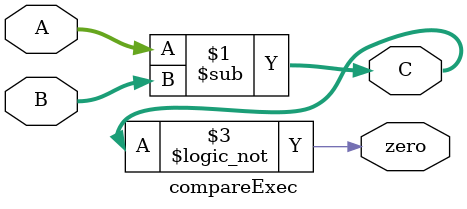
<source format=sv>
module compareExec(
    input  [3:0] A,	// cambiar por la cantidad de bits que corresponda
    input  [3:0] B,
    output [3:0] C,
    output logic zero  // Bandera para indicar si el resultado es cero
);

    // Realizamos la resta de A - B
    assign C = A - B;

    // Activamos la bandera `zero` si el resultado es igual a 0
    always_comb begin
        zero = (C == 4'b0000);  // Si C es 0, activamos la bandera `zero`
    end

endmodule

</source>
